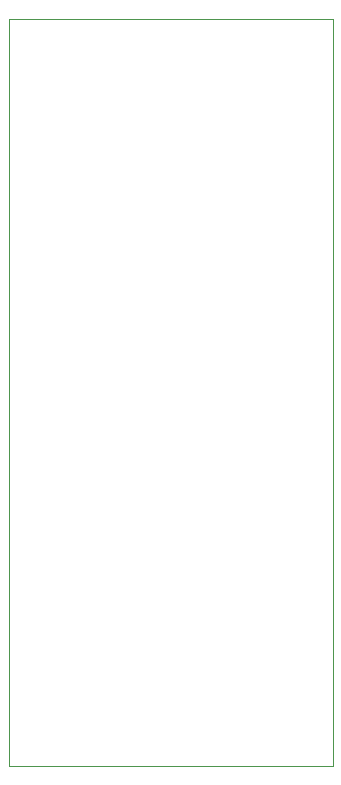
<source format=gbr>
%TF.GenerationSoftware,KiCad,Pcbnew,6.0.4-6f826c9f35~116~ubuntu21.10.1*%
%TF.CreationDate,2022-04-23T22:39:38+02:00*%
%TF.ProjectId,stm32f breakout,73746d33-3266-4206-9272-65616b6f7574,rev?*%
%TF.SameCoordinates,Original*%
%TF.FileFunction,Profile,NP*%
%FSLAX46Y46*%
G04 Gerber Fmt 4.6, Leading zero omitted, Abs format (unit mm)*
G04 Created by KiCad (PCBNEW 6.0.4-6f826c9f35~116~ubuntu21.10.1) date 2022-04-23 22:39:38*
%MOMM*%
%LPD*%
G01*
G04 APERTURE LIST*
%TA.AperFunction,Profile*%
%ADD10C,0.100000*%
%TD*%
G04 APERTURE END LIST*
D10*
X122936000Y-67056000D02*
X150368000Y-67056000D01*
X150368000Y-67056000D02*
X150368000Y-130302000D01*
X150368000Y-130302000D02*
X122936000Y-130302000D01*
X122936000Y-130302000D02*
X122936000Y-67056000D01*
M02*

</source>
